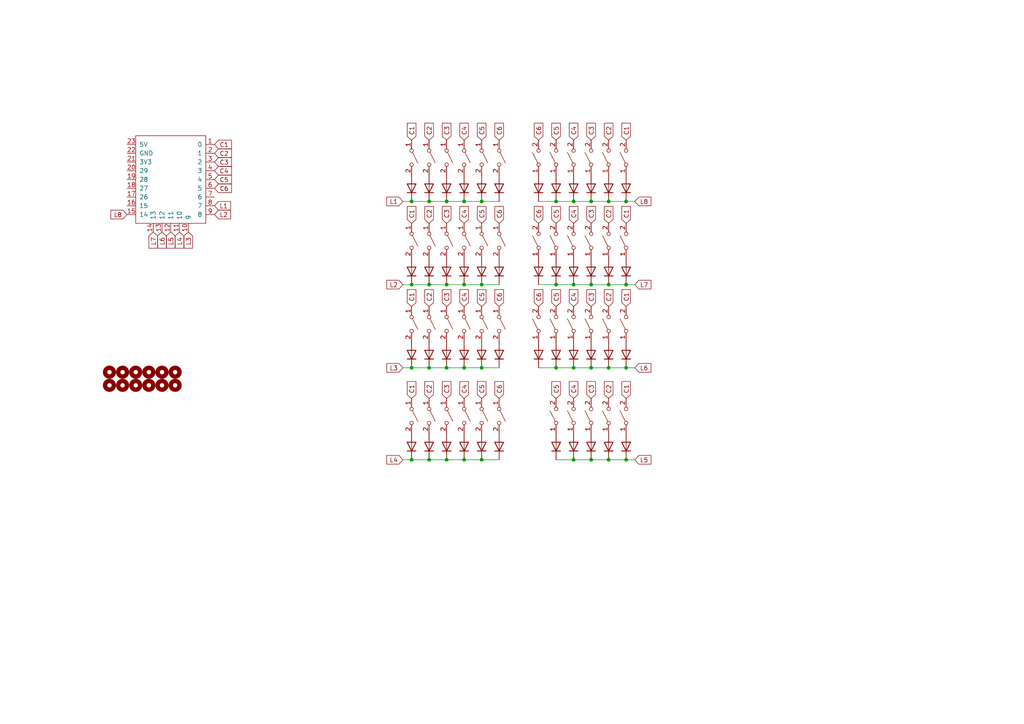
<source format=kicad_sch>
(kicad_sch (version 20211123) (generator eeschema)
  (paper "A4")
  (lib_symbols
    (symbol "Diode:1N4148" (pin_numbers hide) (pin_names hide)
      (property "Reference" "D" (at 0 2.54 0))
      (property "Value" "1N4148" (at 0 -2.54 0))
      (symbol "1N4148_0_1"
        (polyline (pts (xy -1.27 1.27) (xy -1.27 -1.27)) (stroke (width 0.254)))
        (polyline (pts (xy 1.27 0) (xy -1.27 0)))
        (polyline (pts (xy 1.27 1.27) (xy 1.27 -1.27) (xy -1.27 0) (xy 1.27 1.27)) (stroke (width 0.254)))
      )
      (symbol "1N4148_1_1"
        (pin passive line (at -3.81 0 0) (length 2.54) (name "K") (number "1"))
        (pin passive line (at 3.81 0 180) (length 2.54) (name "A") (number "2"))
      )
    )
    (symbol "Mechanical:MountingHole" (pin_names (offset 1.016))
      (property "Reference" "H" (at 0 5.08 0))
      (property "Value" "MountingHole" (at 0 3.175 0))
      (symbol "MountingHole_0_1"
        (circle (center 0 0) (radius 1.27) (stroke (width 1.27)))
      )
    )
    (symbol "Switch:SW_SPST" (pin_names (offset 0) hide)
      (property "Reference" "SW" (at 0 3.175 0))
      (property "Value" "SW_SPST" (at 0 -2.54 0))
      (symbol "SW_SPST_0_0"
        (circle (center -2.032 0) (radius 0.508))
        (polyline (pts (xy -1.524 0.254) (xy 1.524 1.778)))
        (circle (center 2.032 0) (radius 0.508))
      )
      (symbol "SW_SPST_1_1"
        (pin passive line (at -5.08 0 0) (length 2.54) (name "A") (number "1"))
        (pin passive line (at 5.08 0 180) (length 2.54) (name "B") (number "2"))
      )
    )
    (symbol "_rp2040:rp2040-zero" (pin_names (offset 1.016))
      (property "Value" "rp2040-zero" (at 0 0 0))
      (property "Reference_1" "U" (at 0 15.24 0))
      (property "Value_1" "rp2040-zero" (at 0 12.7 0))
      (symbol "rp2040-zero_0_1"
        (rectangle (start -10.16 11.43) (end 10.16 -13.97))
      )
      (symbol "rp2040-zero_1_1"
        (pin bidirectional line (at 12.7 8.89 180) (length 2.54) (name "0") (number "1"))
        (pin bidirectional line (at 5.08 -16.51 90) (length 2.54) (name "9") (number "10"))
        (pin bidirectional line (at 2.54 -16.51 90) (length 2.54) (name "10") (number "11"))
        (pin bidirectional line (at 0 -16.51 90) (length 2.54) (name "11") (number "12"))
        (pin bidirectional line (at -2.54 -16.51 90) (length 2.54) (name "12") (number "13"))
        (pin bidirectional line (at -5.08 -16.51 90) (length 2.54) (name "13") (number "14"))
        (pin bidirectional line (at -12.7 -11.43 0) (length 2.54) (name "14") (number "15"))
        (pin bidirectional line (at -12.7 -8.89 0) (length 2.54) (name "15") (number "16"))
        (pin bidirectional line (at -12.7 -6.35 0) (length 2.54) (name "26") (number "17"))
        (pin bidirectional line (at -12.7 -3.81 0) (length 2.54) (name "27") (number "18"))
        (pin bidirectional line (at -12.7 -1.27 0) (length 2.54) (name "28") (number "19"))
        (pin bidirectional line (at 12.7 6.35 180) (length 2.54) (name "1") (number "2"))
        (pin bidirectional line (at -12.7 1.27 0) (length 2.54) (name "29") (number "20"))
        (pin power_out line (at -12.7 3.81 0) (length 2.54) (name "3V3") (number "21"))
        (pin power_out line (at -12.7 6.35 0) (length 2.54) (name "GND") (number "22"))
        (pin power_out line (at -12.7 8.89 0) (length 2.54) (name "5V") (number "23"))
        (pin bidirectional line (at 12.7 3.81 180) (length 2.54) (name "2") (number "3"))
        (pin bidirectional line (at 12.7 1.27 180) (length 2.54) (name "3") (number "4"))
        (pin bidirectional line (at 12.7 -1.27 180) (length 2.54) (name "4") (number "5"))
        (pin bidirectional line (at 12.7 -3.81 180) (length 2.54) (name "5") (number "6"))
        (pin bidirectional line (at 12.7 -6.35 180) (length 2.54) (name "6") (number "7"))
        (pin bidirectional line (at 12.7 -8.89 180) (length 2.54) (name "7") (number "8"))
        (pin bidirectional line (at 12.7 -11.43 180) (length 2.54) (name "8") (number "9"))
      )
    )
  )
  (junction (at 171.45 106.68))
  (junction (at 129.54 133.35))
  (junction (at 139.7 58.42))
  (junction (at 139.7 106.68))
  (junction (at 129.54 82.55))
  (junction (at 119.38 133.35))
  (junction (at 181.61 82.55))
  (junction (at 161.29 58.42))
  (junction (at 119.38 106.68))
  (junction (at 176.53 133.35))
  (junction (at 134.62 82.55))
  (junction (at 171.45 82.55))
  (junction (at 176.53 82.55))
  (junction (at 166.37 106.68))
  (junction (at 134.62 58.42))
  (junction (at 119.38 82.55))
  (junction (at 134.62 106.68))
  (junction (at 161.29 82.55))
  (junction (at 119.38 58.42))
  (junction (at 161.29 106.68))
  (junction (at 176.53 106.68))
  (junction (at 124.46 106.68))
  (junction (at 124.46 58.42))
  (junction (at 166.37 58.42))
  (junction (at 129.54 106.68))
  (junction (at 181.61 133.35))
  (junction (at 134.62 133.35))
  (junction (at 181.61 106.68))
  (junction (at 139.7 133.35))
  (junction (at 176.53 58.42))
  (junction (at 166.37 82.55))
  (junction (at 124.46 133.35))
  (junction (at 171.45 133.35))
  (junction (at 171.45 58.42))
  (junction (at 124.46 82.55))
  (junction (at 139.7 82.55))
  (junction (at 181.61 58.42))
  (junction (at 166.37 133.35))
  (junction (at 129.54 58.42))
  (wire (pts (xy 116.84 82.55) (xy 119.38 82.55)))
  (wire (pts (xy 166.37 82.55) (xy 171.45 82.55)))
  (wire (pts (xy 171.45 133.35) (xy 176.53 133.35)))
  (wire (pts (xy 156.21 106.68) (xy 161.29 106.68)))
  (wire (pts (xy 139.7 58.42) (xy 144.78 58.42)))
  (wire (pts (xy 134.62 58.42) (xy 139.7 58.42)))
  (wire (pts (xy 156.21 82.55) (xy 161.29 82.55)))
  (wire (pts (xy 124.46 82.55) (xy 129.54 82.55)))
  (wire (pts (xy 119.38 82.55) (xy 124.46 82.55)))
  (wire (pts (xy 129.54 82.55) (xy 134.62 82.55)))
  (wire (pts (xy 184.15 106.68) (xy 181.61 106.68)))
  (wire (pts (xy 116.84 106.68) (xy 119.38 106.68)))
  (wire (pts (xy 116.84 58.42) (xy 119.38 58.42)))
  (wire (pts (xy 116.84 133.35) (xy 119.38 133.35)))
  (wire (pts (xy 166.37 106.68) (xy 171.45 106.68)))
  (wire (pts (xy 156.21 58.42) (xy 161.29 58.42)))
  (wire (pts (xy 129.54 58.42) (xy 134.62 58.42)))
  (wire (pts (xy 176.53 133.35) (xy 181.61 133.35)))
  (wire (pts (xy 139.7 133.35) (xy 144.78 133.35)))
  (wire (pts (xy 184.15 58.42) (xy 181.61 58.42)))
  (wire (pts (xy 134.62 106.68) (xy 139.7 106.68)))
  (wire (pts (xy 129.54 133.35) (xy 134.62 133.35)))
  (wire (pts (xy 184.15 133.35) (xy 181.61 133.35)))
  (wire (pts (xy 176.53 58.42) (xy 181.61 58.42)))
  (wire (pts (xy 176.53 82.55) (xy 181.61 82.55)))
  (wire (pts (xy 139.7 106.68) (xy 144.78 106.68)))
  (wire (pts (xy 161.29 106.68) (xy 166.37 106.68)))
  (wire (pts (xy 171.45 82.55) (xy 176.53 82.55)))
  (wire (pts (xy 134.62 133.35) (xy 139.7 133.35)))
  (wire (pts (xy 124.46 106.68) (xy 129.54 106.68)))
  (wire (pts (xy 171.45 106.68) (xy 176.53 106.68)))
  (wire (pts (xy 119.38 106.68) (xy 124.46 106.68)))
  (wire (pts (xy 161.29 133.35) (xy 166.37 133.35)))
  (wire (pts (xy 161.29 58.42) (xy 166.37 58.42)))
  (wire (pts (xy 124.46 133.35) (xy 129.54 133.35)))
  (wire (pts (xy 119.38 58.42) (xy 124.46 58.42)))
  (wire (pts (xy 119.38 133.35) (xy 124.46 133.35)))
  (wire (pts (xy 134.62 82.55) (xy 139.7 82.55)))
  (wire (pts (xy 166.37 58.42) (xy 171.45 58.42)))
  (wire (pts (xy 184.15 82.55) (xy 181.61 82.55)))
  (wire (pts (xy 129.54 106.68) (xy 134.62 106.68)))
  (wire (pts (xy 139.7 82.55) (xy 144.78 82.55)))
  (wire (pts (xy 176.53 106.68) (xy 181.61 106.68)))
  (wire (pts (xy 166.37 133.35) (xy 171.45 133.35)))
  (wire (pts (xy 124.46 58.42) (xy 129.54 58.42)))
  (wire (pts (xy 171.45 58.42) (xy 176.53 58.42)))
  (wire (pts (xy 161.29 82.55) (xy 166.37 82.55)))
  (global_label "C6" (shape input) (at 144.78 40.64 90) (property "Références Inter-Feuilles" "${INTERSHEET_REFS}" (effects hide)))
  (global_label "L4" (shape input) (at 116.84 133.35 180) (property "Références Inter-Feuilles" "${INTERSHEET_REFS}" (effects hide)))
  (global_label "C5" (shape input) (at 161.29 64.77 90) (property "Références Inter-Feuilles" "${INTERSHEET_REFS}" (effects hide)))
  (global_label "L3" (shape input) (at 54.61 67.31 270) (property "Références Inter-Feuilles" "${INTERSHEET_REFS}" (effects hide)))
  (global_label "C1" (shape input) (at 181.61 88.9 90) (property "Références Inter-Feuilles" "${INTERSHEET_REFS}" (effects hide)))
  (global_label "C2" (shape input) (at 176.53 64.77 90) (property "Références Inter-Feuilles" "${INTERSHEET_REFS}" (effects hide)))
  (global_label "C2" (shape input) (at 124.46 64.77 90) (property "Références Inter-Feuilles" "${INTERSHEET_REFS}" (effects hide)))
  (global_label "L3" (shape input) (at 116.84 106.68 180) (property "Références Inter-Feuilles" "${INTERSHEET_REFS}" (effects hide)))
  (global_label "C6" (shape input) (at 144.78 115.57 90) (property "Références Inter-Feuilles" "${INTERSHEET_REFS}" (effects hide)))
  (global_label "C5" (shape input) (at 161.29 40.64 90) (property "Références Inter-Feuilles" "${INTERSHEET_REFS}" (effects hide)))
  (global_label "C4" (shape input) (at 166.37 40.64 90) (property "Références Inter-Feuilles" "${INTERSHEET_REFS}" (effects hide)))
  (global_label "C1" (shape input) (at 62.23 41.91 0) (property "Références Inter-Feuilles" "${INTERSHEET_REFS}" (effects hide)))
  (global_label "C1" (shape input) (at 119.38 40.64 90) (property "Références Inter-Feuilles" "${INTERSHEET_REFS}" (effects hide)))
  (global_label "C3" (shape input) (at 171.45 115.57 90) (property "Références Inter-Feuilles" "${INTERSHEET_REFS}" (effects hide)))
  (global_label "C4" (shape input) (at 166.37 88.9 90) (property "Références Inter-Feuilles" "${INTERSHEET_REFS}" (effects hide)))
  (global_label "C2" (shape input) (at 176.53 40.64 90) (property "Références Inter-Feuilles" "${INTERSHEET_REFS}" (effects hide)))
  (global_label "C5" (shape input) (at 139.7 115.57 90) (property "Références Inter-Feuilles" "${INTERSHEET_REFS}" (effects hide)))
  (global_label "C5" (shape input) (at 139.7 88.9 90) (property "Références Inter-Feuilles" "${INTERSHEET_REFS}" (effects hide)))
  (global_label "C6" (shape input) (at 144.78 88.9 90) (property "Références Inter-Feuilles" "${INTERSHEET_REFS}" (effects hide)))
  (global_label "C6" (shape input) (at 156.21 40.64 90) (property "Références Inter-Feuilles" "${INTERSHEET_REFS}" (effects hide)))
  (global_label "C1" (shape input) (at 119.38 115.57 90) (property "Références Inter-Feuilles" "${INTERSHEET_REFS}" (effects hide)))
  (global_label "C3" (shape input) (at 129.54 115.57 90) (property "Références Inter-Feuilles" "${INTERSHEET_REFS}" (effects hide)))
  (global_label "C3" (shape input) (at 129.54 88.9 90) (property "Références Inter-Feuilles" "${INTERSHEET_REFS}" (effects hide)))
  (global_label "L2" (shape input) (at 62.23 62.23 0) (property "Références Inter-Feuilles" "${INTERSHEET_REFS}" (effects hide)))
  (global_label "C1" (shape input) (at 181.61 64.77 90) (property "Références Inter-Feuilles" "${INTERSHEET_REFS}" (effects hide)))
  (global_label "C5" (shape input) (at 139.7 64.77 90) (property "Références Inter-Feuilles" "${INTERSHEET_REFS}" (effects hide)))
  (global_label "C5" (shape input) (at 161.29 88.9 90) (property "Références Inter-Feuilles" "${INTERSHEET_REFS}" (effects hide)))
  (global_label "C4" (shape input) (at 134.62 88.9 90) (property "Références Inter-Feuilles" "${INTERSHEET_REFS}" (effects hide)))
  (global_label "L1" (shape input) (at 116.84 58.42 180) (property "Références Inter-Feuilles" "${INTERSHEET_REFS}" (effects hide)))
  (global_label "L8" (shape input) (at 184.15 58.42 0) (property "Références Inter-Feuilles" "${INTERSHEET_REFS}" (effects hide)))
  (global_label "C3" (shape input) (at 171.45 88.9 90) (property "Références Inter-Feuilles" "${INTERSHEET_REFS}" (effects hide)))
  (global_label "C3" (shape input) (at 129.54 40.64 90) (property "Références Inter-Feuilles" "${INTERSHEET_REFS}" (effects hide)))
  (global_label "L5" (shape input) (at 184.15 133.35 0) (property "Références Inter-Feuilles" "${INTERSHEET_REFS}" (effects hide)))
  (global_label "C3" (shape input) (at 171.45 40.64 90) (property "Références Inter-Feuilles" "${INTERSHEET_REFS}" (effects hide)))
  (global_label "C5" (shape input) (at 161.29 115.57 90) (property "Références Inter-Feuilles" "${INTERSHEET_REFS}" (effects hide)))
  (global_label "L8" (shape input) (at 36.83 62.23 180) (property "Références Inter-Feuilles" "${INTERSHEET_REFS}" (effects hide)))
  (global_label "C6" (shape input) (at 156.21 64.77 90) (property "Références Inter-Feuilles" "${INTERSHEET_REFS}" (effects hide)))
  (global_label "L4" (shape input) (at 52.07 67.31 270) (property "Références Inter-Feuilles" "${INTERSHEET_REFS}" (effects hide)))
  (global_label "C1" (shape input) (at 119.38 64.77 90) (property "Références Inter-Feuilles" "${INTERSHEET_REFS}" (effects hide)))
  (global_label "L6" (shape input) (at 184.15 106.68 0) (property "Références Inter-Feuilles" "${INTERSHEET_REFS}" (effects hide)))
  (global_label "C3" (shape input) (at 171.45 64.77 90) (property "Références Inter-Feuilles" "${INTERSHEET_REFS}" (effects hide)))
  (global_label "C4" (shape input) (at 62.23 49.53 0) (property "Références Inter-Feuilles" "${INTERSHEET_REFS}" (effects hide)))
  (global_label "C4" (shape input) (at 134.62 115.57 90) (property "Références Inter-Feuilles" "${INTERSHEET_REFS}" (effects hide)))
  (global_label "C6" (shape input) (at 144.78 64.77 90) (property "Références Inter-Feuilles" "${INTERSHEET_REFS}" (effects hide)))
  (global_label "C2" (shape input) (at 124.46 40.64 90) (property "Références Inter-Feuilles" "${INTERSHEET_REFS}" (effects hide)))
  (global_label "C4" (shape input) (at 134.62 40.64 90) (property "Références Inter-Feuilles" "${INTERSHEET_REFS}" (effects hide)))
  (global_label "C5" (shape input) (at 62.23 52.07 0) (property "Références Inter-Feuilles" "${INTERSHEET_REFS}" (effects hide)))
  (global_label "C2" (shape input) (at 62.23 44.45 0) (property "Références Inter-Feuilles" "${INTERSHEET_REFS}" (effects hide)))
  (global_label "C1" (shape input) (at 181.61 115.57 90) (property "Références Inter-Feuilles" "${INTERSHEET_REFS}" (effects hide)))
  (global_label "C5" (shape input) (at 139.7 40.64 90) (property "Références Inter-Feuilles" "${INTERSHEET_REFS}" (effects hide)))
  (global_label "C2" (shape input) (at 124.46 88.9 90) (property "Références Inter-Feuilles" "${INTERSHEET_REFS}" (effects hide)))
  (global_label "L5" (shape input) (at 49.53 67.31 270) (property "Références Inter-Feuilles" "${INTERSHEET_REFS}" (effects hide)))
  (global_label "L6" (shape input) (at 46.99 67.31 270) (property "Références Inter-Feuilles" "${INTERSHEET_REFS}" (effects hide)))
  (global_label "L7" (shape input) (at 44.45 67.31 270) (property "Références Inter-Feuilles" "${INTERSHEET_REFS}" (effects hide)))
  (global_label "C4" (shape input) (at 166.37 64.77 90) (property "Références Inter-Feuilles" "${INTERSHEET_REFS}" (effects hide)))
  (global_label "L1" (shape input) (at 62.23 59.69 0) (property "Références Inter-Feuilles" "${INTERSHEET_REFS}" (effects hide)))
  (global_label "C2" (shape input) (at 124.46 115.57 90) (property "Références Inter-Feuilles" "${INTERSHEET_REFS}" (effects hide)))
  (global_label "C6" (shape input) (at 62.23 54.61 0) (property "Références Inter-Feuilles" "${INTERSHEET_REFS}" (effects hide)))
  (global_label "C3" (shape input) (at 62.23 46.99 0) (property "Références Inter-Feuilles" "${INTERSHEET_REFS}" (effects hide)))
  (global_label "C2" (shape input) (at 176.53 115.57 90) (property "Références Inter-Feuilles" "${INTERSHEET_REFS}" (effects hide)))
  (global_label "C1" (shape input) (at 119.38 88.9 90) (property "Références Inter-Feuilles" "${INTERSHEET_REFS}" (effects hide)))
  (global_label "L2" (shape input) (at 116.84 82.55 180) (property "Références Inter-Feuilles" "${INTERSHEET_REFS}" (effects hide)))
  (global_label "C1" (shape input) (at 181.61 40.64 90) (property "Références Inter-Feuilles" "${INTERSHEET_REFS}" (effects hide)))
  (global_label "C6" (shape input) (at 156.21 88.9 90) (property "Références Inter-Feuilles" "${INTERSHEET_REFS}" (effects hide)))
  (global_label "C4" (shape input) (at 134.62 64.77 90) (property "Références Inter-Feuilles" "${INTERSHEET_REFS}" (effects hide)))
  (global_label "C2" (shape input) (at 176.53 88.9 90) (property "Références Inter-Feuilles" "${INTERSHEET_REFS}" (effects hide)))
  (global_label "C4" (shape input) (at 166.37 115.57 90) (property "Références Inter-Feuilles" "${INTERSHEET_REFS}" (effects hide)))
  (global_label "L7" (shape input) (at 184.15 82.55 0) (property "Références Inter-Feuilles" "${INTERSHEET_REFS}" (effects hide)))
  (global_label "C3" (shape input) (at 129.54 64.77 90) (property "Références Inter-Feuilles" "${INTERSHEET_REFS}" (effects hide)))
  (symbol (lib_id "Switch:SW_SPST") (at 161.29 69.85 90) (unit 1)
    (property "Reference" "SW20" (effects hide))
    (property "Value" "SW_SPST" (effects hide))
    (property "Footprint" "_mx:SW_Cherry_MX_PCB" (effects hide))
  )
  (symbol (lib_id "Diode:1N4148") (at 124.46 54.61 90) (unit 1)
    (property "Reference" "D2" (effects hide))
    (property "Value" "1N4148" (effects hide))
    (property "Footprint" "Diode_THT:D_DO-35_SOD27_P7.62mm_Horizontal" (effects hide))
    (property "Datasheet" "https://assets.nexperia.com/documents/data-sheet/1N4148_1N4448.pdf" (effects hide))
  )
  (symbol (lib_id "Switch:SW_SPST") (at 166.37 69.85 90) (unit 1)
    (property "Reference" "SW21" (effects hide))
    (property "Value" "SW_SPST" (effects hide))
    (property "Footprint" "_mx:SW_Cherry_MX_PCB" (effects hide))
  )
  (symbol (lib_id "Diode:1N4148") (at 176.53 102.87 270) (mirror x) (unit 1)
    (property "Reference" "D35" (effects hide))
    (property "Value" "1N4148" (effects hide))
    (property "Footprint" "Diode_THT:D_DO-35_SOD27_P7.62mm_Horizontal" (effects hide))
    (property "Datasheet" "https://assets.nexperia.com/documents/data-sheet/1N4148_1N4448.pdf" (effects hide))
  )
  (symbol (lib_id "Switch:SW_SPST") (at 181.61 45.72 90) (unit 1)
    (property "Reference" "SW12" (effects hide))
    (property "Value" "SW_SPST" (effects hide))
    (property "Footprint" "_mx:SW_Cherry_MX_PCB" (effects hide))
  )
  (symbol (lib_id "Diode:1N4148") (at 139.7 54.61 90) (unit 1)
    (property "Reference" "D5" (effects hide))
    (property "Value" "1N4148" (effects hide))
    (property "Footprint" "Diode_THT:D_DO-35_SOD27_P7.62mm_Horizontal" (effects hide))
    (property "Datasheet" "https://assets.nexperia.com/documents/data-sheet/1N4148_1N4448.pdf" (effects hide))
  )
  (symbol (lib_id "Switch:SW_SPST") (at 139.7 93.98 270) (unit 1)
    (property "Reference" "SW29" (effects hide))
    (property "Value" "SW_SPST" (effects hide))
    (property "Footprint" "_mx:SW_Cherry_MX_PCB" (effects hide))
  )
  (symbol (lib_id "Switch:SW_SPST") (at 134.62 120.65 270) (unit 1)
    (property "Reference" "SW40" (effects hide))
    (property "Value" "SW_SPST" (effects hide))
    (property "Footprint" "_mx:SW_Cherry_MX_PCB" (effects hide))
  )
  (symbol (lib_id "Diode:1N4148") (at 181.61 102.87 270) (mirror x) (unit 1)
    (property "Reference" "D36" (effects hide))
    (property "Value" "1N4148" (effects hide))
    (property "Footprint" "Diode_THT:D_DO-35_SOD27_P7.62mm_Horizontal" (effects hide))
    (property "Datasheet" "https://assets.nexperia.com/documents/data-sheet/1N4148_1N4448.pdf" (effects hide))
  )
  (symbol (lib_id "Diode:1N4148") (at 166.37 102.87 270) (mirror x) (unit 1)
    (property "Reference" "D33" (effects hide))
    (property "Value" "1N4148" (effects hide))
    (property "Footprint" "Diode_THT:D_DO-35_SOD27_P7.62mm_Horizontal" (effects hide))
    (property "Datasheet" "https://assets.nexperia.com/documents/data-sheet/1N4148_1N4448.pdf" (effects hide))
  )
  (symbol (lib_id "Diode:1N4148") (at 129.54 102.87 90) (unit 1)
    (property "Reference" "D27" (effects hide))
    (property "Value" "1N4148" (effects hide))
    (property "Footprint" "Diode_THT:D_DO-35_SOD27_P7.62mm_Horizontal" (effects hide))
    (property "Datasheet" "https://assets.nexperia.com/documents/data-sheet/1N4148_1N4448.pdf" (effects hide))
  )
  (symbol (lib_id "Diode:1N4148") (at 124.46 102.87 90) (unit 1)
    (property "Reference" "D26" (effects hide))
    (property "Value" "1N4148" (effects hide))
    (property "Footprint" "Diode_THT:D_DO-35_SOD27_P7.62mm_Horizontal" (effects hide))
    (property "Datasheet" "https://assets.nexperia.com/documents/data-sheet/1N4148_1N4448.pdf" (effects hide))
  )
  (symbol (lib_id "Diode:1N4148") (at 156.21 78.74 270) (mirror x) (unit 1)
    (property "Reference" "D19" (effects hide))
    (property "Value" "1N4148" (effects hide))
    (property "Footprint" "Diode_THT:D_DO-35_SOD27_P7.62mm_Horizontal" (effects hide))
    (property "Datasheet" "https://assets.nexperia.com/documents/data-sheet/1N4148_1N4448.pdf" (effects hide))
  )
  (symbol (lib_id "Diode:1N4148") (at 139.7 129.54 90) (unit 1)
    (property "Reference" "D41" (effects hide))
    (property "Value" "1N4148" (effects hide))
    (property "Footprint" "Diode_THT:D_DO-35_SOD27_P7.62mm_Horizontal" (effects hide))
    (property "Datasheet" "https://assets.nexperia.com/documents/data-sheet/1N4148_1N4448.pdf" (effects hide))
  )
  (symbol (lib_id "Diode:1N4148") (at 166.37 129.54 270) (mirror x) (unit 1)
    (property "Reference" "D44" (effects hide))
    (property "Value" "1N4148" (effects hide))
    (property "Footprint" "Diode_THT:D_DO-35_SOD27_P7.62mm_Horizontal" (effects hide))
    (property "Datasheet" "https://assets.nexperia.com/documents/data-sheet/1N4148_1N4448.pdf" (effects hide))
  )
  (symbol (lib_id "Switch:SW_SPST") (at 144.78 120.65 270) (unit 1)
    (property "Reference" "SW42" (effects hide))
    (property "Value" "SW_SPST" (effects hide))
    (property "Footprint" "_mx:SW_Cherry_MX_PCB" (effects hide))
  )
  (symbol (lib_id "Switch:SW_SPST") (at 176.53 120.65 90) (unit 1)
    (property "Reference" "SW46" (effects hide))
    (property "Value" "SW_SPST" (effects hide))
    (property "Footprint" "_mx:SW_Cherry_MX_PCB" (effects hide))
  )
  (symbol (lib_id "Diode:1N4148") (at 171.45 129.54 270) (mirror x) (unit 1)
    (property "Reference" "D45" (effects hide))
    (property "Value" "1N4148" (effects hide))
    (property "Footprint" "Diode_THT:D_DO-35_SOD27_P7.62mm_Horizontal" (effects hide))
    (property "Datasheet" "https://assets.nexperia.com/documents/data-sheet/1N4148_1N4448.pdf" (effects hide))
  )
  (symbol (lib_id "Switch:SW_SPST") (at 119.38 69.85 270) (unit 1)
    (property "Reference" "SW13" (effects hide))
    (property "Value" "SW_SPST" (effects hide))
    (property "Footprint" "_mx:SW_Cherry_MX_PCB" (effects hide))
  )
  (symbol (lib_id "Diode:1N4148") (at 119.38 102.87 90) (unit 1)
    (property "Reference" "D25" (effects hide))
    (property "Value" "1N4148" (effects hide))
    (property "Footprint" "Diode_THT:D_DO-35_SOD27_P7.62mm_Horizontal" (effects hide))
    (property "Datasheet" "https://assets.nexperia.com/documents/data-sheet/1N4148_1N4448.pdf" (effects hide))
  )
  (symbol (lib_id "Diode:1N4148") (at 176.53 78.74 270) (mirror x) (unit 1)
    (property "Reference" "D23" (effects hide))
    (property "Value" "1N4148" (effects hide))
    (property "Footprint" "Diode_THT:D_DO-35_SOD27_P7.62mm_Horizontal" (effects hide))
    (property "Datasheet" "https://assets.nexperia.com/documents/data-sheet/1N4148_1N4448.pdf" (effects hide))
  )
  (symbol (lib_id "Switch:SW_SPST") (at 139.7 120.65 270) (unit 1)
    (property "Reference" "SW41" (effects hide))
    (property "Value" "SW_SPST" (effects hide))
    (property "Footprint" "_mx:SW_Cherry_MX_PCB_2.00u" (effects hide))
  )
  (symbol (lib_id "Diode:1N4148") (at 161.29 54.61 270) (mirror x) (unit 1)
    (property "Reference" "D8" (effects hide))
    (property "Value" "1N4148" (effects hide))
    (property "Footprint" "Diode_THT:D_DO-35_SOD27_P7.62mm_Horizontal" (effects hide))
    (property "Datasheet" "https://assets.nexperia.com/documents/data-sheet/1N4148_1N4448.pdf" (effects hide))
  )
  (symbol (lib_id "Diode:1N4148") (at 119.38 54.61 90) (unit 1)
    (property "Reference" "D1" (effects hide))
    (property "Value" "1N4148" (effects hide))
    (property "Footprint" "Diode_THT:D_DO-35_SOD27_P7.62mm_Horizontal" (effects hide))
    (property "Datasheet" "https://assets.nexperia.com/documents/data-sheet/1N4148_1N4448.pdf" (effects hide))
  )
  (symbol (lib_id "Switch:SW_SPST") (at 139.7 45.72 270) (unit 1)
    (property "Reference" "SW5" (effects hide))
    (property "Value" "SW_SPST" (effects hide))
    (property "Footprint" "_mx:SW_Cherry_MX_PCB" (effects hide))
  )
  (symbol (lib_id "Diode:1N4148") (at 124.46 129.54 90) (unit 1)
    (property "Reference" "D38" (effects hide))
    (property "Value" "1N4148" (effects hide))
    (property "Footprint" "Diode_THT:D_DO-35_SOD27_P7.62mm_Horizontal" (effects hide))
    (property "Datasheet" "https://assets.nexperia.com/documents/data-sheet/1N4148_1N4448.pdf" (effects hide))
  )
  (symbol (lib_id "Switch:SW_SPST") (at 176.53 45.72 90) (unit 1)
    (property "Reference" "SW11" (effects hide))
    (property "Value" "SW_SPST" (effects hide))
    (property "Footprint" "_mx:SW_Cherry_MX_PCB" (effects hide))
  )
  (symbol (lib_id "Mechanical:MountingHole") (at 50.8 107.95 0) (unit 1)
    (property "Reference" "REF06" (effects hide))
    (property "Value" "MountingHole" (effects hide))
    (property "Footprint" "MountingHole:MountingHole_2.2mm_M2" (effects hide))
  )
  (symbol (lib_id "Switch:SW_SPST") (at 156.21 45.72 90) (unit 1)
    (property "Reference" "SW7" (effects hide))
    (property "Value" "SW_SPST" (effects hide))
    (property "Footprint" "_mx:SW_Cherry_MX_PCB" (effects hide))
  )
  (symbol (lib_id "Diode:1N4148") (at 161.29 129.54 270) (mirror x) (unit 1)
    (property "Reference" "D43" (effects hide))
    (property "Value" "1N4148" (effects hide))
    (property "Footprint" "Diode_THT:D_DO-35_SOD27_P7.62mm_Horizontal" (effects hide))
    (property "Datasheet" "https://assets.nexperia.com/documents/data-sheet/1N4148_1N4448.pdf" (effects hide))
  )
  (symbol (lib_id "Diode:1N4148") (at 156.21 102.87 270) (mirror x) (unit 1)
    (property "Reference" "D31" (effects hide))
    (property "Value" "1N4148" (effects hide))
    (property "Footprint" "Diode_THT:D_DO-35_SOD27_P7.62mm_Horizontal" (effects hide))
    (property "Datasheet" "https://assets.nexperia.com/documents/data-sheet/1N4148_1N4448.pdf" (effects hide))
  )
  (symbol (lib_id "Diode:1N4148") (at 144.78 102.87 90) (unit 1)
    (property "Reference" "D30" (effects hide))
    (property "Value" "1N4148" (effects hide))
    (property "Footprint" "Diode_THT:D_DO-35_SOD27_P7.62mm_Horizontal" (effects hide))
    (property "Datasheet" "https://assets.nexperia.com/documents/data-sheet/1N4148_1N4448.pdf" (effects hide))
  )
  (symbol (lib_id "Mechanical:MountingHole") (at 50.8 111.76 0) (unit 1)
    (property "Reference" "REF12" (effects hide))
    (property "Value" "MountingHole" (effects hide))
    (property "Footprint" "MountingHole:MountingHole_2.2mm_M2" (effects hide))
  )
  (symbol (lib_id "Mechanical:MountingHole") (at 46.99 107.95 0) (unit 1)
    (property "Reference" "REF05" (effects hide))
    (property "Value" "MountingHole" (effects hide))
    (property "Footprint" "MountingHole:MountingHole_2.2mm_M2" (effects hide))
  )
  (symbol (lib_id "Diode:1N4148") (at 161.29 102.87 270) (mirror x) (unit 1)
    (property "Reference" "D32" (effects hide))
    (property "Value" "1N4148" (effects hide))
    (property "Footprint" "Diode_THT:D_DO-35_SOD27_P7.62mm_Horizontal" (effects hide))
    (property "Datasheet" "https://assets.nexperia.com/documents/data-sheet/1N4148_1N4448.pdf" (effects hide))
  )
  (symbol (lib_id "Switch:SW_SPST") (at 124.46 69.85 270) (unit 1)
    (property "Reference" "SW14" (effects hide))
    (property "Value" "SW_SPST" (effects hide))
    (property "Footprint" "_mx:SW_Cherry_MX_PCB" (effects hide))
  )
  (symbol (lib_id "Diode:1N4148") (at 129.54 78.74 90) (unit 1)
    (property "Reference" "D15" (effects hide))
    (property "Value" "1N4148" (effects hide))
    (property "Footprint" "Diode_THT:D_DO-35_SOD27_P7.62mm_Horizontal" (effects hide))
    (property "Datasheet" "https://assets.nexperia.com/documents/data-sheet/1N4148_1N4448.pdf" (effects hide))
  )
  (symbol (lib_id "Switch:SW_SPST") (at 124.46 93.98 270) (unit 1)
    (property "Reference" "SW26" (effects hide))
    (property "Value" "SW_SPST" (effects hide))
    (property "Footprint" "_mx:SW_Cherry_MX_PCB" (effects hide))
  )
  (symbol (lib_id "Switch:SW_SPST") (at 139.7 69.85 270) (unit 1)
    (property "Reference" "SW17" (effects hide))
    (property "Value" "SW_SPST" (effects hide))
    (property "Footprint" "_mx:SW_Cherry_MX_PCB" (effects hide))
  )
  (symbol (lib_id "Mechanical:MountingHole") (at 31.75 111.76 0) (unit 1)
    (property "Reference" "REF07" (effects hide))
    (property "Value" "MountingHole" (effects hide))
    (property "Footprint" "MountingHole:MountingHole_2.2mm_M2" (effects hide))
  )
  (symbol (lib_id "Mechanical:MountingHole") (at 39.37 111.76 0) (unit 1)
    (property "Reference" "REF09" (effects hide))
    (property "Value" "MountingHole" (effects hide))
    (property "Footprint" "MountingHole:MountingHole_2.2mm_M2" (effects hide))
  )
  (symbol (lib_id "Switch:SW_SPST") (at 119.38 120.65 270) (unit 1)
    (property "Reference" "SW37" (effects hide))
    (property "Value" "SW_SPST" (effects hide))
    (property "Footprint" "_mx:SW_Cherry_MX_PCB" (effects hide))
  )
  (symbol (lib_id "Diode:1N4148") (at 129.54 54.61 90) (unit 1)
    (property "Reference" "D3" (effects hide))
    (property "Value" "1N4148" (effects hide))
    (property "Footprint" "Diode_THT:D_DO-35_SOD27_P7.62mm_Horizontal" (effects hide))
    (property "Datasheet" "https://assets.nexperia.com/documents/data-sheet/1N4148_1N4448.pdf" (effects hide))
  )
  (symbol (lib_id "Mechanical:MountingHole") (at 43.18 111.76 0) (unit 1)
    (property "Reference" "REF10" (effects hide))
    (property "Value" "MountingHole" (effects hide))
    (property "Footprint" "MountingHole:MountingHole_2.2mm_M2" (effects hide))
  )
  (symbol (lib_id "Mechanical:MountingHole") (at 46.99 111.76 0) (unit 1)
    (property "Reference" "REF11" (effects hide))
    (property "Value" "MountingHole" (effects hide))
    (property "Footprint" "MountingHole:MountingHole_2.2mm_M2" (effects hide))
  )
  (symbol (lib_id "Switch:SW_SPST") (at 124.46 120.65 270) (unit 1)
    (property "Reference" "SW38" (effects hide))
    (property "Value" "SW_SPST" (effects hide))
    (property "Footprint" "_mx:SW_Cherry_MX_PCB" (effects hide))
  )
  (symbol (lib_id "Switch:SW_SPST") (at 166.37 45.72 90) (unit 1)
    (property "Reference" "SW9" (effects hide))
    (property "Value" "SW_SPST" (effects hide))
    (property "Footprint" "_mx:SW_Cherry_MX_PCB" (effects hide))
  )
  (symbol (lib_id "Diode:1N4148") (at 171.45 102.87 270) (mirror x) (unit 1)
    (property "Reference" "D34" (effects hide))
    (property "Value" "1N4148" (effects hide))
    (property "Footprint" "Diode_THT:D_DO-35_SOD27_P7.62mm_Horizontal" (effects hide))
    (property "Datasheet" "https://assets.nexperia.com/documents/data-sheet/1N4148_1N4448.pdf" (effects hide))
  )
  (symbol (lib_id "Switch:SW_SPST") (at 144.78 45.72 270) (unit 1)
    (property "Reference" "SW6" (effects hide))
    (property "Value" "SW_SPST" (effects hide))
    (property "Footprint" "_mx:SW_Cherry_MX_PCB" (effects hide))
  )
  (symbol (lib_id "Switch:SW_SPST") (at 134.62 93.98 270) (unit 1)
    (property "Reference" "SW28" (effects hide))
    (property "Value" "SW_SPST" (effects hide))
    (property "Footprint" "_mx:SW_Cherry_MX_PCB" (effects hide))
  )
  (symbol (lib_id "Diode:1N4148") (at 161.29 78.74 270) (mirror x) (unit 1)
    (property "Reference" "D20" (effects hide))
    (property "Value" "1N4148" (effects hide))
    (property "Footprint" "Diode_THT:D_DO-35_SOD27_P7.62mm_Horizontal" (effects hide))
    (property "Datasheet" "https://assets.nexperia.com/documents/data-sheet/1N4148_1N4448.pdf" (effects hide))
  )
  (symbol (lib_id "Switch:SW_SPST") (at 161.29 120.65 90) (unit 1)
    (property "Reference" "SW43" (effects hide))
    (property "Value" "SW_SPST" (effects hide))
    (property "Footprint" "_mx:SW_Cherry_MX_PCB" (effects hide))
  )
  (symbol (lib_id "Diode:1N4148") (at 166.37 54.61 270) (mirror x) (unit 1)
    (property "Reference" "D9" (effects hide))
    (property "Value" "1N4148" (effects hide))
    (property "Footprint" "Diode_THT:D_DO-35_SOD27_P7.62mm_Horizontal" (effects hide))
    (property "Datasheet" "https://assets.nexperia.com/documents/data-sheet/1N4148_1N4448.pdf" (effects hide))
  )
  (symbol (lib_id "Switch:SW_SPST") (at 129.54 45.72 270) (unit 1)
    (property "Reference" "SW3" (effects hide))
    (property "Value" "SW_SPST" (effects hide))
    (property "Footprint" "_mx:SW_Cherry_MX_PCB" (effects hide))
  )
  (symbol (lib_id "Switch:SW_SPST") (at 171.45 120.65 90) (unit 1)
    (property "Reference" "SW45" (effects hide))
    (property "Value" "SW_SPST" (effects hide))
    (property "Footprint" "_mx:SW_Cherry_MX_PCB" (effects hide))
  )
  (symbol (lib_id "Switch:SW_SPST") (at 181.61 69.85 90) (unit 1)
    (property "Reference" "SW24" (effects hide))
    (property "Value" "SW_SPST" (effects hide))
    (property "Footprint" "_mx:SW_Cherry_MX_PCB" (effects hide))
  )
  (symbol (lib_id "Switch:SW_SPST") (at 134.62 69.85 270) (unit 1)
    (property "Reference" "SW16" (effects hide))
    (property "Value" "SW_SPST" (effects hide))
    (property "Footprint" "_mx:SW_Cherry_MX_PCB" (effects hide))
  )
  (symbol (lib_id "Diode:1N4148") (at 176.53 54.61 270) (mirror x) (unit 1)
    (property "Reference" "D11" (effects hide))
    (property "Value" "1N4148" (effects hide))
    (property "Footprint" "Diode_THT:D_DO-35_SOD27_P7.62mm_Horizontal" (effects hide))
    (property "Datasheet" "https://assets.nexperia.com/documents/data-sheet/1N4148_1N4448.pdf" (effects hide))
  )
  (symbol (lib_id "Diode:1N4148") (at 119.38 129.54 90) (unit 1)
    (property "Reference" "D37" (effects hide))
    (property "Value" "1N4148" (effects hide))
    (property "Footprint" "Diode_THT:D_DO-35_SOD27_P7.62mm_Horizontal" (effects hide))
    (property "Datasheet" "https://assets.nexperia.com/documents/data-sheet/1N4148_1N4448.pdf" (effects hide))
  )
  (symbol (lib_id "Switch:SW_SPST") (at 161.29 45.72 90) (unit 1)
    (property "Reference" "SW8" (effects hide))
    (property "Value" "SW_SPST" (effects hide))
    (property "Footprint" "_mx:SW_Cherry_MX_PCB" (effects hide))
  )
  (symbol (lib_id "Mechanical:MountingHole") (at 35.56 111.76 0) (unit 1)
    (property "Reference" "REF08" (effects hide))
    (property "Value" "MountingHole" (effects hide))
    (property "Footprint" "MountingHole:MountingHole_2.2mm_M2" (effects hide))
  )
  (symbol (lib_id "Diode:1N4148") (at 134.62 102.87 90) (unit 1)
    (property "Reference" "D28" (effects hide))
    (property "Value" "1N4148" (effects hide))
    (property "Footprint" "Diode_THT:D_DO-35_SOD27_P7.62mm_Horizontal" (effects hide))
    (property "Datasheet" "https://assets.nexperia.com/documents/data-sheet/1N4148_1N4448.pdf" (effects hide))
  )
  (symbol (lib_id "Switch:SW_SPST") (at 181.61 93.98 90) (unit 1)
    (property "Reference" "SW36" (effects hide))
    (property "Value" "SW_SPST" (effects hide))
    (property "Footprint" "_mx:SW_Cherry_MX_PCB" (effects hide))
  )
  (symbol (lib_id "Mechanical:MountingHole") (at 35.56 107.95 0) (unit 1)
    (property "Reference" "REF02" (effects hide))
    (property "Value" "MountingHole" (effects hide))
    (property "Footprint" "MountingHole:MountingHole_2.2mm_M2" (effects hide))
  )
  (symbol (lib_id "Switch:SW_SPST") (at 156.21 69.85 90) (unit 1)
    (property "Reference" "SW19" (effects hide))
    (property "Value" "SW_SPST" (effects hide))
    (property "Footprint" "_mx:SW_Cherry_MX_PCB" (effects hide))
  )
  (symbol (lib_id "Switch:SW_SPST") (at 144.78 69.85 270) (unit 1)
    (property "Reference" "SW18" (effects hide))
    (property "Value" "SW_SPST" (effects hide))
    (property "Footprint" "_mx:SW_Cherry_MX_PCB" (effects hide))
  )
  (symbol (lib_id "Switch:SW_SPST") (at 161.29 93.98 90) (unit 1)
    (property "Reference" "SW32" (effects hide))
    (property "Value" "SW_SPST" (effects hide))
    (property "Footprint" "_mx:SW_Cherry_MX_PCB" (effects hide))
  )
  (symbol (lib_id "Diode:1N4148") (at 124.46 78.74 90) (unit 1)
    (property "Reference" "D14" (effects hide))
    (property "Value" "1N4148" (effects hide))
    (property "Footprint" "Diode_THT:D_DO-35_SOD27_P7.62mm_Horizontal" (effects hide))
    (property "Datasheet" "https://assets.nexperia.com/documents/data-sheet/1N4148_1N4448.pdf" (effects hide))
  )
  (symbol (lib_id "Switch:SW_SPST") (at 176.53 93.98 90) (unit 1)
    (property "Reference" "SW35" (effects hide))
    (property "Value" "SW_SPST" (effects hide))
    (property "Footprint" "_mx:SW_Cherry_MX_PCB" (effects hide))
  )
  (symbol (lib_id "Switch:SW_SPST") (at 129.54 93.98 270) (unit 1)
    (property "Reference" "SW27" (effects hide))
    (property "Value" "SW_SPST" (effects hide))
    (property "Footprint" "_mx:SW_Cherry_MX_PCB" (effects hide))
  )
  (symbol (lib_id "Diode:1N4148") (at 156.21 54.61 270) (mirror x) (unit 1)
    (property "Reference" "D7" (effects hide))
    (property "Value" "1N4148" (effects hide))
    (property "Footprint" "Diode_THT:D_DO-35_SOD27_P7.62mm_Horizontal" (effects hide))
    (property "Datasheet" "https://assets.nexperia.com/documents/data-sheet/1N4148_1N4448.pdf" (effects hide))
  )
  (symbol (lib_id "Diode:1N4148") (at 139.7 102.87 90) (unit 1)
    (property "Reference" "D29" (effects hide))
    (property "Value" "1N4148" (effects hide))
    (property "Footprint" "Diode_THT:D_DO-35_SOD27_P7.62mm_Horizontal" (effects hide))
    (property "Datasheet" "https://assets.nexperia.com/documents/data-sheet/1N4148_1N4448.pdf" (effects hide))
  )
  (symbol (lib_id "Diode:1N4148") (at 134.62 78.74 90) (unit 1)
    (property "Reference" "D16" (effects hide))
    (property "Value" "1N4148" (effects hide))
    (property "Footprint" "Diode_THT:D_DO-35_SOD27_P7.62mm_Horizontal" (effects hide))
    (property "Datasheet" "https://assets.nexperia.com/documents/data-sheet/1N4148_1N4448.pdf" (effects hide))
  )
  (symbol (lib_id "Diode:1N4148") (at 134.62 54.61 90) (unit 1)
    (property "Reference" "D4" (effects hide))
    (property "Value" "1N4148" (effects hide))
    (property "Footprint" "Diode_THT:D_DO-35_SOD27_P7.62mm_Horizontal" (effects hide))
    (property "Datasheet" "https://assets.nexperia.com/documents/data-sheet/1N4148_1N4448.pdf" (effects hide))
  )
  (symbol (lib_id "Switch:SW_SPST") (at 119.38 93.98 270) (unit 1)
    (property "Reference" "SW25" (effects hide))
    (property "Value" "SW_SPST" (effects hide))
    (property "Footprint" "_mx:SW_Cherry_MX_PCB" (effects hide))
  )
  (symbol (lib_id "Switch:SW_SPST") (at 129.54 120.65 270) (unit 1)
    (property "Reference" "SW39" (effects hide))
    (property "Value" "SW_SPST" (effects hide))
    (property "Footprint" "_mx:SW_Cherry_MX_PCB" (effects hide))
  )
  (symbol (lib_id "Diode:1N4148") (at 144.78 54.61 90) (unit 1)
    (property "Reference" "D6" (effects hide))
    (property "Value" "1N4148" (effects hide))
    (property "Footprint" "Diode_THT:D_DO-35_SOD27_P7.62mm_Horizontal" (effects hide))
    (property "Datasheet" "https://assets.nexperia.com/documents/data-sheet/1N4148_1N4448.pdf" (effects hide))
  )
  (symbol (lib_id "Diode:1N4148") (at 181.61 78.74 270) (mirror x) (unit 1)
    (property "Reference" "D24" (effects hide))
    (property "Value" "1N4148" (effects hide))
    (property "Footprint" "Diode_THT:D_DO-35_SOD27_P7.62mm_Horizontal" (effects hide))
    (property "Datasheet" "https://assets.nexperia.com/documents/data-sheet/1N4148_1N4448.pdf" (effects hide))
  )
  (symbol (lib_id "Switch:SW_SPST") (at 176.53 69.85 90) (unit 1)
    (property "Reference" "SW23" (effects hide))
    (property "Value" "SW_SPST" (effects hide))
    (property "Footprint" "_mx:SW_Cherry_MX_PCB" (effects hide))
  )
  (symbol (lib_id "Switch:SW_SPST") (at 166.37 93.98 90) (unit 1)
    (property "Reference" "SW33" (effects hide))
    (property "Value" "SW_SPST" (effects hide))
    (property "Footprint" "_mx:SW_Cherry_MX_PCB" (effects hide))
  )
  (symbol (lib_id "Mechanical:MountingHole") (at 43.18 107.95 0) (unit 1)
    (property "Reference" "REF04" (effects hide))
    (property "Value" "MountingHole" (effects hide))
    (property "Footprint" "MountingHole:MountingHole_2.2mm_M2" (effects hide))
  )
  (symbol (lib_id "Diode:1N4148") (at 134.62 129.54 90) (unit 1)
    (property "Reference" "D40" (effects hide))
    (property "Value" "1N4148" (effects hide))
    (property "Footprint" "Diode_THT:D_DO-35_SOD27_P7.62mm_Horizontal" (effects hide))
    (property "Datasheet" "https://assets.nexperia.com/documents/data-sheet/1N4148_1N4448.pdf" (effects hide))
  )
  (symbol (lib_id "Diode:1N4148") (at 166.37 78.74 270) (mirror x) (unit 1)
    (property "Reference" "D21" (effects hide))
    (property "Value" "1N4148" (effects hide))
    (property "Footprint" "Diode_THT:D_DO-35_SOD27_P7.62mm_Horizontal" (effects hide))
    (property "Datasheet" "https://assets.nexperia.com/documents/data-sheet/1N4148_1N4448.pdf" (effects hide))
  )
  (symbol (lib_id "Switch:SW_SPST") (at 129.54 69.85 270) (unit 1)
    (property "Reference" "SW15" (effects hide))
    (property "Value" "SW_SPST" (effects hide))
    (property "Footprint" "_mx:SW_Cherry_MX_PCB" (effects hide))
  )
  (symbol (lib_id "Switch:SW_SPST") (at 171.45 45.72 90) (unit 1)
    (property "Reference" "SW10" (effects hide))
    (property "Value" "SW_SPST" (effects hide))
    (property "Footprint" "_mx:SW_Cherry_MX_PCB" (effects hide))
  )
  (symbol (lib_id "Switch:SW_SPST") (at 156.21 93.98 90) (unit 1)
    (property "Reference" "SW31" (effects hide))
    (property "Value" "SW_SPST" (effects hide))
    (property "Footprint" "_mx:SW_Cherry_MX_PCB" (effects hide))
  )
  (symbol (lib_id "Switch:SW_SPST") (at 124.46 45.72 270) (unit 1)
    (property "Reference" "SW2" (effects hide))
    (property "Value" "SW_SPST" (effects hide))
    (property "Footprint" "_mx:SW_Cherry_MX_PCB" (effects hide))
  )
  (symbol (lib_id "Diode:1N4148") (at 181.61 54.61 270) (mirror x) (unit 1)
    (property "Reference" "D12" (effects hide))
    (property "Value" "1N4148" (effects hide))
    (property "Footprint" "Diode_THT:D_DO-35_SOD27_P7.62mm_Horizontal" (effects hide))
    (property "Datasheet" "https://assets.nexperia.com/documents/data-sheet/1N4148_1N4448.pdf" (effects hide))
  )
  (symbol (lib_id "Switch:SW_SPST") (at 181.61 120.65 90) (unit 1)
    (property "Reference" "SW47" (effects hide))
    (property "Value" "SW_SPST" (effects hide))
    (property "Footprint" "_mx:SW_Cherry_MX_PCB" (effects hide))
  )
  (symbol (lib_id "Diode:1N4148") (at 144.78 78.74 90) (unit 1)
    (property "Reference" "D18" (effects hide))
    (property "Value" "1N4148" (effects hide))
    (property "Footprint" "Diode_THT:D_DO-35_SOD27_P7.62mm_Horizontal" (effects hide))
    (property "Datasheet" "https://assets.nexperia.com/documents/data-sheet/1N4148_1N4448.pdf" (effects hide))
  )
  (symbol (lib_id "Diode:1N4148") (at 176.53 129.54 270) (mirror x) (unit 1)
    (property "Reference" "D46" (effects hide))
    (property "Value" "1N4148" (effects hide))
    (property "Footprint" "Diode_THT:D_DO-35_SOD27_P7.62mm_Horizontal" (effects hide))
    (property "Datasheet" "https://assets.nexperia.com/documents/data-sheet/1N4148_1N4448.pdf" (effects hide))
  )
  (symbol (lib_id "Diode:1N4148") (at 129.54 129.54 90) (unit 1)
    (property "Reference" "D39" (effects hide))
    (property "Value" "1N4148" (effects hide))
    (property "Footprint" "Diode_THT:D_DO-35_SOD27_P7.62mm_Horizontal" (effects hide))
    (property "Datasheet" "https://assets.nexperia.com/documents/data-sheet/1N4148_1N4448.pdf" (effects hide))
  )
  (symbol (lib_id "Diode:1N4148") (at 171.45 54.61 270) (mirror x) (unit 1)
    (property "Reference" "D10" (effects hide))
    (property "Value" "1N4148" (effects hide))
    (property "Footprint" "Diode_THT:D_DO-35_SOD27_P7.62mm_Horizontal" (effects hide))
    (property "Datasheet" "https://assets.nexperia.com/documents/data-sheet/1N4148_1N4448.pdf" (effects hide))
  )
  (symbol (lib_id "Diode:1N4148") (at 181.61 129.54 270) (mirror x) (unit 1)
    (property "Reference" "D47" (effects hide))
    (property "Value" "1N4148" (effects hide))
    (property "Footprint" "Diode_THT:D_DO-35_SOD27_P7.62mm_Horizontal" (effects hide))
    (property "Datasheet" "https://assets.nexperia.com/documents/data-sheet/1N4148_1N4448.pdf" (effects hide))
  )
  (symbol (lib_id "Diode:1N4148") (at 139.7 78.74 90) (unit 1)
    (property "Reference" "D17" (effects hide))
    (property "Value" "1N4148" (effects hide))
    (property "Footprint" "Diode_THT:D_DO-35_SOD27_P7.62mm_Horizontal" (effects hide))
    (property "Datasheet" "https://assets.nexperia.com/documents/data-sheet/1N4148_1N4448.pdf" (effects hide))
  )
  (symbol (lib_id "Switch:SW_SPST") (at 134.62 45.72 270) (unit 1)
    (property "Reference" "SW4" (effects hide))
    (property "Value" "SW_SPST" (effects hide))
    (property "Footprint" "_mx:SW_Cherry_MX_PCB" (effects hide))
  )
  (symbol (lib_id "Switch:SW_SPST") (at 144.78 93.98 270) (unit 1)
    (property "Reference" "SW30" (effects hide))
    (property "Value" "SW_SPST" (effects hide))
    (property "Footprint" "_mx:SW_Cherry_MX_PCB" (effects hide))
  )
  (symbol (lib_id "Switch:SW_SPST") (at 119.38 45.72 270) (unit 1)
    (property "Reference" "SW1" (effects hide))
    (property "Value" "SW_SPST" (effects hide))
    (property "Footprint" "_mx:SW_Cherry_MX_PCB" (effects hide))
  )
  (symbol (lib_id "Switch:SW_SPST") (at 166.37 120.65 90) (unit 1)
    (property "Reference" "SW44" (effects hide))
    (property "Value" "SW_SPST" (effects hide))
    (property "Footprint" "_mx:SW_Cherry_MX_PCB" (effects hide))
  )
  (symbol (lib_id "Mechanical:MountingHole") (at 39.37 107.95 0) (unit 1)
    (property "Reference" "REF03" (effects hide))
    (property "Value" "MountingHole" (effects hide))
    (property "Footprint" "MountingHole:MountingHole_2.2mm_M2" (effects hide))
  )
  (symbol (lib_id "Switch:SW_SPST") (at 171.45 93.98 90) (unit 1)
    (property "Reference" "SW34" (effects hide))
    (property "Value" "SW_SPST" (effects hide))
    (property "Footprint" "_mx:SW_Cherry_MX_PCB" (effects hide))
  )
  (symbol (lib_id "Diode:1N4148") (at 119.38 78.74 90) (unit 1)
    (property "Reference" "D13" (effects hide))
    (property "Value" "1N4148" (effects hide))
    (property "Footprint" "Diode_THT:D_DO-35_SOD27_P7.62mm_Horizontal" (effects hide))
    (property "Datasheet" "https://assets.nexperia.com/documents/data-sheet/1N4148_1N4448.pdf" (effects hide))
  )
  (symbol (lib_id "Diode:1N4148") (at 171.45 78.74 270) (mirror x) (unit 1)
    (property "Reference" "D22" (effects hide))
    (property "Value" "1N4148" (effects hide))
    (property "Footprint" "Diode_THT:D_DO-35_SOD27_P7.62mm_Horizontal" (effects hide))
    (property "Datasheet" "https://assets.nexperia.com/documents/data-sheet/1N4148_1N4448.pdf" (effects hide))
  )
  (symbol (lib_id "Mechanical:MountingHole") (at 31.75 107.95 0) (unit 1)
    (property "Reference" "REF01" (effects hide))
    (property "Value" "MountingHole" (effects hide))
    (property "Footprint" "MountingHole:MountingHole_2.2mm_M2" (effects hide))
  )
  (symbol (lib_id "Switch:SW_SPST") (at 171.45 69.85 90) (unit 1)
    (property "Reference" "SW22" (effects hide))
    (property "Value" "SW_SPST" (effects hide))
    (property "Footprint" "_mx:SW_Cherry_MX_PCB" (effects hide))
  )
  (symbol (lib_id "Diode:1N4148") (at 144.78 129.54 90) (unit 1)
    (property "Reference" "D42" (effects hide))
    (property "Value" "1N4148" (effects hide))
    (property "Footprint" "Diode_THT:D_DO-35_SOD27_P7.62mm_Horizontal" (effects hide))
    (property "Datasheet" "https://assets.nexperia.com/documents/data-sheet/1N4148_1N4448.pdf" (effects hide))
  )
  (symbol (lib_id "_rp2040:rp2040-zero") (at 49.53 50.8 0) (unit 1)
    (property "Reference" "U1" (effects hide))
    (property "Value" "rp2040-zero" (effects hide))
    (property "Footprint" "_mcu:rp2040-zero-tht" (effects hide))
    (property "Reference_1" "U" (effects hide))
    (property "Value_1" "rp2040-zero" (effects hide))
  )
)
</source>
